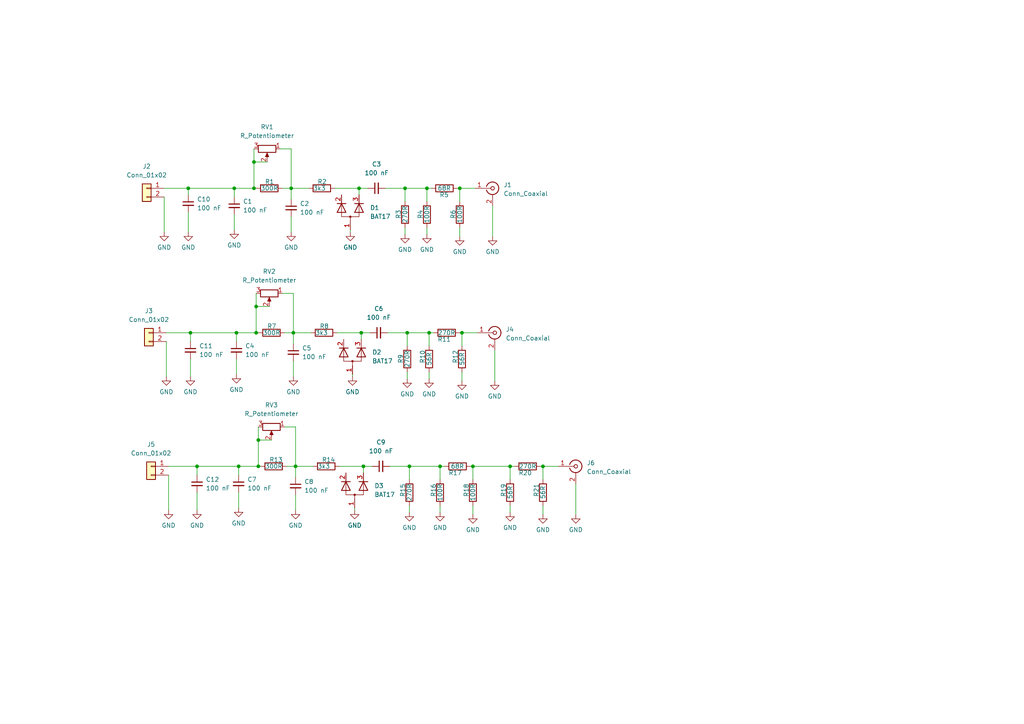
<source format=kicad_sch>
(kicad_sch (version 20211123) (generator eeschema)
  (paper "A4")
  (lib_symbols
    (symbol "Connector:Conn_Coaxial" (pin_names (offset 1.016) hide)
      (property "Reference" "J" (at 0.254 3.048 0))
      (property "Value" "Conn_Coaxial" (at 2.921 0 90))
      (symbol "Conn_Coaxial_0_1"
        (arc (start -1.778 -0.508) (mid 0.2311 -1.8066) (end 1.778 0) (stroke (width 0.254)))
        (polyline (pts (xy -2.54 0) (xy -0.508 0)))
        (polyline (pts (xy 0 -2.54) (xy 0 -1.778)))
        (circle (center 0 0) (radius 0.508) (stroke (width 0.2032)))
        (arc (start 1.778 0) (mid 0.2099 1.8101) (end -1.778 0.508) (stroke (width 0.254)))
      )
      (symbol "Conn_Coaxial_1_1"
        (pin passive line (at -5.08 0 0) (length 2.54) (name "In") (number "1"))
        (pin passive line (at 0 -5.08 90) (length 2.54) (name "Ext") (number "2"))
      )
    )
    (symbol "Connector_Generic:Conn_01x02" (pin_names (offset 1.016) hide)
      (property "Reference" "J" (at 0 2.54 0))
      (property "Value" "Conn_01x02" (at 0 -5.08 0))
      (symbol "Conn_01x02_1_1"
        (rectangle (start -1.27 -2.413) (end 0 -2.667) (stroke (width 0.1524)))
        (rectangle (start -1.27 0.127) (end 0 -0.127) (stroke (width 0.1524)))
        (rectangle (start -1.27 1.27) (end 1.27 -3.81) (stroke (width 0.254)) (fill (type background)))
        (pin passive line (at -5.08 0 0) (length 3.81) (name "Pin_1") (number "1"))
        (pin passive line (at -5.08 -2.54 0) (length 3.81) (name "Pin_2") (number "2"))
      )
    )
    (symbol "Device:C_Small" (pin_numbers hide) (pin_names (offset 0.254) hide)
      (property "Reference" "C" (at 0.254 1.778 0))
      (property "Value" "C_Small" (at 0.254 -2.032 0))
      (symbol "C_Small_0_1"
        (polyline (pts (xy -1.524 -0.508) (xy 1.524 -0.508)) (stroke (width 0.3302)))
        (polyline (pts (xy -1.524 0.508) (xy 1.524 0.508)) (stroke (width 0.3048)))
      )
      (symbol "C_Small_1_1"
        (pin passive line (at 0 2.54 270) (length 2.032) (name "~") (number "1"))
        (pin passive line (at 0 -2.54 90) (length 2.032) (name "~") (number "2"))
      )
    )
    (symbol "Device:D_Dual_CommonAnode_AKK_Parallel" (pin_names (offset 0.762) hide)
      (property "Reference" "D" (at 0 5.08 0))
      (property "Value" "D_Dual_CommonAnode_AKK_Parallel" (at 0 -5.08 0))
      (symbol "D_Dual_CommonAnode_AKK_Parallel_0_0"
        (polyline (pts (xy 2.54 -1.27) (xy 2.54 -3.81)) (stroke (width 0.254)))
        (polyline (pts (xy 2.54 3.81) (xy 2.54 1.27)) (stroke (width 0.254)))
      )
      (symbol "D_Dual_CommonAnode_AKK_Parallel_0_1"
        (circle (center -1.27 0) (radius 0.254) (fill (type outline)))
        (polyline (pts (xy -1.27 0) (xy -2.54 0)))
        (polyline (pts (xy 2.54 2.54) (xy -1.27 2.54) (xy -1.27 -2.54) (xy 2.54 -2.54)))
        (polyline (pts (xy 0 -1.27) (xy 2.54 -2.54) (xy 0 -3.81) (xy 0 -1.27) (xy 0 -1.27) (xy 0 -1.27)) (stroke (width 0.254)))
        (polyline (pts (xy 0 3.81) (xy 2.54 2.54) (xy 0 1.27) (xy 0 3.81) (xy 0 3.81) (xy 0 3.81)) (stroke (width 0.254)))
        (pin passive line (at -5.08 0 0) (length 2.54) (name "A") (number "1"))
        (pin passive line (at 5.08 2.54 180) (length 2.54) (name "K") (number "2"))
        (pin passive line (at 5.08 -2.54 180) (length 2.54) (name "K") (number "3"))
      )
    )
    (symbol "Device:R" (pin_numbers hide) (pin_names (offset 0))
      (property "Reference" "R" (at 2.032 0 90))
      (property "Value" "R" (at 0 0 90))
      (symbol "R_0_1"
        (rectangle (start -1.016 -2.54) (end 1.016 2.54) (stroke (width 0.254)))
      )
      (symbol "R_1_1"
        (pin passive line (at 0 3.81 270) (length 1.27) (name "~") (number "1"))
        (pin passive line (at 0 -3.81 90) (length 1.27) (name "~") (number "2"))
      )
    )
    (symbol "Device:R_Potentiometer" (pin_names (offset 1.016) hide)
      (property "Reference" "RV" (at -4.445 0 90))
      (property "Value" "R_Potentiometer" (at -2.54 0 90))
      (symbol "R_Potentiometer_0_1"
        (polyline (pts (xy 2.54 0) (xy 1.524 0)))
        (polyline (pts (xy 1.143 0) (xy 2.286 0.508) (xy 2.286 -0.508) (xy 1.143 0)) (fill (type outline)))
        (rectangle (start 1.016 2.54) (end -1.016 -2.54) (stroke (width 0.254)))
      )
      (symbol "R_Potentiometer_1_1"
        (pin passive line (at 0 3.81 270) (length 1.27) (name "1") (number "1"))
        (pin passive line (at 3.81 0 180) (length 1.27) (name "2") (number "2"))
        (pin passive line (at 0 -3.81 90) (length 1.27) (name "3") (number "3"))
      )
    )
    (symbol "power:GND" (power) (pin_names (offset 0))
      (property "Value" "GND" (at 0 -3.81 0))
      (symbol "GND_0_1"
        (polyline (pts (xy 0 0) (xy 0 -1.27) (xy 1.27 -1.27) (xy 0 -2.54) (xy -1.27 -1.27) (xy 0 -1.27)))
      )
      (symbol "GND_1_1"
        (pin power_in line (at 0 0 270) (length 0) hide (name "GND") (number "1"))
      )
    )
  )
  (junction (at 104.775 96.52))
  (junction (at 67.945 54.61))
  (junction (at 104.14 54.61))
  (junction (at 85.09 96.52))
  (junction (at 74.295 96.52))
  (junction (at 84.455 54.61))
  (junction (at 118.745 135.255))
  (junction (at 54.61 54.61))
  (junction (at 118.11 96.52))
  (junction (at 133.985 96.52))
  (junction (at 85.725 135.255))
  (junction (at 74.93 127.635))
  (junction (at 55.245 96.52))
  (junction (at 147.955 135.255))
  (junction (at 123.825 54.61))
  (junction (at 68.58 96.52))
  (junction (at 74.295 88.9))
  (junction (at 127.635 135.255))
  (junction (at 133.35 54.61))
  (junction (at 157.48 135.255))
  (junction (at 105.41 135.255))
  (junction (at 73.66 46.99))
  (junction (at 74.93 135.255))
  (junction (at 57.15 135.255))
  (junction (at 124.46 96.52))
  (junction (at 117.475 54.61))
  (junction (at 73.66 54.61))
  (junction (at 69.215 135.255))
  (junction (at 137.16 135.255))
  (wire (pts (xy 137.16 135.255) (xy 136.525 135.255)))
  (wire (pts (xy 54.61 54.61) (xy 54.61 56.515)))
  (wire (pts (xy 118.745 135.255) (xy 127.635 135.255)))
  (wire (pts (xy 133.985 100.33) (xy 133.985 96.52)))
  (wire (pts (xy 117.475 54.61) (xy 111.76 54.61)))
  (wire (pts (xy 82.55 96.52) (xy 85.09 96.52)))
  (wire (pts (xy 102.235 109.22) (xy 102.235 108.585)))
  (wire (pts (xy 133.985 107.95) (xy 133.985 110.49)))
  (wire (pts (xy 74.93 123.825) (xy 74.93 127.635)))
  (wire (pts (xy 105.41 135.255) (xy 107.95 135.255)))
  (wire (pts (xy 74.295 85.09) (xy 74.295 88.9)))
  (wire (pts (xy 74.295 96.52) (xy 74.93 96.52)))
  (wire (pts (xy 55.245 104.14) (xy 55.245 109.22)))
  (wire (pts (xy 84.455 54.61) (xy 84.455 57.785)))
  (wire (pts (xy 124.46 96.52) (xy 125.73 96.52)))
  (wire (pts (xy 68.58 104.14) (xy 68.58 108.585)))
  (wire (pts (xy 85.725 123.825) (xy 82.55 123.825)))
  (wire (pts (xy 67.945 54.61) (xy 73.66 54.61)))
  (wire (pts (xy 133.35 54.61) (xy 132.715 54.61)))
  (wire (pts (xy 133.35 66.04) (xy 133.35 68.58)))
  (wire (pts (xy 137.16 135.255) (xy 147.955 135.255)))
  (wire (pts (xy 74.93 127.635) (xy 74.93 135.255)))
  (wire (pts (xy 73.66 46.99) (xy 77.47 46.99)))
  (wire (pts (xy 48.26 96.52) (xy 55.245 96.52)))
  (wire (pts (xy 101.6 67.31) (xy 101.6 66.675)))
  (wire (pts (xy 74.93 127.635) (xy 78.74 127.635)))
  (wire (pts (xy 57.15 142.875) (xy 57.15 147.955)))
  (wire (pts (xy 104.775 96.52) (xy 107.315 96.52)))
  (wire (pts (xy 85.725 143.51) (xy 85.725 147.955)))
  (wire (pts (xy 85.09 85.09) (xy 81.915 85.09)))
  (wire (pts (xy 133.35 54.61) (xy 137.795 54.61)))
  (wire (pts (xy 84.455 54.61) (xy 89.535 54.61)))
  (wire (pts (xy 84.455 43.18) (xy 81.28 43.18)))
  (wire (pts (xy 104.14 54.61) (xy 106.68 54.61)))
  (wire (pts (xy 73.66 54.61) (xy 74.295 54.61)))
  (wire (pts (xy 157.48 135.255) (xy 161.925 135.255)))
  (wire (pts (xy 84.455 54.61) (xy 84.455 43.18)))
  (wire (pts (xy 127.635 135.255) (xy 128.905 135.255)))
  (wire (pts (xy 118.11 100.33) (xy 118.11 96.52)))
  (wire (pts (xy 137.16 146.685) (xy 137.16 149.225)))
  (wire (pts (xy 117.475 54.61) (xy 123.825 54.61)))
  (wire (pts (xy 57.15 135.255) (xy 57.15 137.795)))
  (wire (pts (xy 67.945 54.61) (xy 67.945 57.15)))
  (wire (pts (xy 113.03 135.255) (xy 118.745 135.255)))
  (wire (pts (xy 167.005 140.335) (xy 167.005 149.225)))
  (wire (pts (xy 104.14 56.515) (xy 104.14 54.61)))
  (wire (pts (xy 73.66 43.18) (xy 73.66 46.99)))
  (wire (pts (xy 74.295 88.9) (xy 74.295 96.52)))
  (wire (pts (xy 73.66 46.99) (xy 73.66 54.61)))
  (wire (pts (xy 102.87 147.955) (xy 102.87 147.32)))
  (wire (pts (xy 85.725 135.255) (xy 85.725 138.43)))
  (wire (pts (xy 74.93 135.255) (xy 75.565 135.255)))
  (wire (pts (xy 133.985 96.52) (xy 133.35 96.52)))
  (wire (pts (xy 57.15 135.255) (xy 69.215 135.255)))
  (wire (pts (xy 69.215 135.255) (xy 69.215 137.795)))
  (wire (pts (xy 124.46 107.95) (xy 124.46 109.855)))
  (wire (pts (xy 127.635 146.685) (xy 127.635 148.59)))
  (wire (pts (xy 142.875 59.69) (xy 142.875 68.58)))
  (wire (pts (xy 105.41 137.16) (xy 105.41 135.255)))
  (wire (pts (xy 123.825 66.04) (xy 123.825 67.945)))
  (wire (pts (xy 69.215 142.875) (xy 69.215 147.32)))
  (wire (pts (xy 85.09 104.775) (xy 85.09 109.22)))
  (wire (pts (xy 81.915 54.61) (xy 84.455 54.61)))
  (wire (pts (xy 68.58 96.52) (xy 74.295 96.52)))
  (wire (pts (xy 147.955 135.255) (xy 149.225 135.255)))
  (wire (pts (xy 124.46 100.33) (xy 124.46 96.52)))
  (wire (pts (xy 67.945 62.23) (xy 67.945 66.675)))
  (wire (pts (xy 85.09 96.52) (xy 85.09 85.09)))
  (wire (pts (xy 157.48 139.065) (xy 157.48 135.255)))
  (wire (pts (xy 133.985 96.52) (xy 138.43 96.52)))
  (wire (pts (xy 104.14 54.61) (xy 97.155 54.61)))
  (wire (pts (xy 118.11 107.95) (xy 118.11 109.855)))
  (wire (pts (xy 123.825 54.61) (xy 125.095 54.61)))
  (wire (pts (xy 69.215 135.255) (xy 74.93 135.255)))
  (wire (pts (xy 47.625 57.15) (xy 47.625 67.31)))
  (wire (pts (xy 48.895 135.255) (xy 57.15 135.255)))
  (wire (pts (xy 54.61 54.61) (xy 67.945 54.61)))
  (wire (pts (xy 133.35 58.42) (xy 133.35 54.61)))
  (wire (pts (xy 85.09 96.52) (xy 90.17 96.52)))
  (wire (pts (xy 55.245 96.52) (xy 68.58 96.52)))
  (wire (pts (xy 137.16 139.065) (xy 137.16 135.255)))
  (wire (pts (xy 127.635 139.065) (xy 127.635 135.255)))
  (wire (pts (xy 118.11 96.52) (xy 124.46 96.52)))
  (wire (pts (xy 147.955 139.065) (xy 147.955 135.255)))
  (wire (pts (xy 104.775 98.425) (xy 104.775 96.52)))
  (wire (pts (xy 83.185 135.255) (xy 85.725 135.255)))
  (wire (pts (xy 85.09 96.52) (xy 85.09 99.695)))
  (wire (pts (xy 157.48 146.685) (xy 157.48 149.225)))
  (wire (pts (xy 147.955 146.685) (xy 147.955 148.59)))
  (wire (pts (xy 85.725 135.255) (xy 90.805 135.255)))
  (wire (pts (xy 47.625 54.61) (xy 54.61 54.61)))
  (wire (pts (xy 117.475 58.42) (xy 117.475 54.61)))
  (wire (pts (xy 48.26 99.06) (xy 48.26 109.22)))
  (wire (pts (xy 105.41 135.255) (xy 98.425 135.255)))
  (wire (pts (xy 157.48 135.255) (xy 156.845 135.255)))
  (wire (pts (xy 118.745 139.065) (xy 118.745 135.255)))
  (wire (pts (xy 74.295 88.9) (xy 78.105 88.9)))
  (wire (pts (xy 118.11 96.52) (xy 112.395 96.52)))
  (wire (pts (xy 117.475 66.04) (xy 117.475 67.945)))
  (wire (pts (xy 55.245 96.52) (xy 55.245 99.06)))
  (wire (pts (xy 123.825 58.42) (xy 123.825 54.61)))
  (wire (pts (xy 54.61 61.595) (xy 54.61 67.31)))
  (wire (pts (xy 143.51 101.6) (xy 143.51 110.49)))
  (wire (pts (xy 84.455 62.865) (xy 84.455 67.31)))
  (wire (pts (xy 48.895 137.795) (xy 48.895 147.955)))
  (wire (pts (xy 68.58 96.52) (xy 68.58 99.06)))
  (wire (pts (xy 118.745 146.685) (xy 118.745 148.59)))
  (wire (pts (xy 85.725 135.255) (xy 85.725 123.825)))
  (wire (pts (xy 104.775 96.52) (xy 97.79 96.52)))
  (symbol (lib_id "Device:R") (at 129.54 96.52 90) (unit 1)
    (property "Reference" "R11" (at 130.81 98.425 90) (effects (justify left)))
    (property "Value" "270R" (at 132.08 96.52 90) (effects (justify left)))
    (property "Footprint" "Resistor_SMD:R_0603_1608Metric_Pad0.98x0.95mm_HandSolder" (effects hide))
    (property "LCSC" "C22966" (effects hide))
  )
  (symbol (lib_id "Device:C_Small") (at 69.215 140.335 0) (unit 1)
    (property "Reference" "C7" (at 71.755 139.0712 0) (effects (justify left)))
    (property "Value" "100 nF" (at 71.755 141.6112 0) (effects (justify left)))
    (property "Footprint" "Capacitor_SMD:C_0402_1005Metric_Pad0.74x0.62mm_HandSolder" (effects hide))
    (property "LCSC" "C307331" (effects hide))
  )
  (symbol (lib_id "Device:R") (at 118.11 104.14 0) (unit 1)
    (property "Reference" "R9" (at 116.205 105.41 90) (effects (justify left)))
    (property "Value" "270R" (at 118.11 106.68 90) (effects (justify left)))
    (property "Footprint" "Resistor_SMD:R_0603_1608Metric_Pad0.98x0.95mm_HandSolder" (effects hide))
    (property "LCSC" "C22966" (effects hide))
  )
  (symbol (lib_id "Device:R") (at 79.375 135.255 270) (unit 1)
    (property "Reference" "R13" (at 78.105 133.35 90) (effects (justify left)))
    (property "Value" "300R" (at 76.835 135.255 90) (effects (justify left)))
    (property "Footprint" "Resistor_SMD:R_0805_2012Metric_Pad1.20x1.40mm_HandSolder" (effects hide))
    (property "LCSC" "C17617" (effects hide))
  )
  (symbol (lib_id "Device:R_Potentiometer") (at 78.105 85.09 270) (unit 1)
    (property "Reference" "RV2" (at 78.105 78.74 90))
    (property "Value" "R_Potentiometer" (at 78.105 81.28 90))
    (property "Footprint" "Potentiometer_THT:Potentiometer_Bourns_3296W_Vertical" (effects hide))
  )
  (symbol (lib_id "Connector:Conn_Coaxial") (at 167.005 135.255 0) (unit 1)
    (property "Reference" "J6" (at 170.18 134.2781 0) (effects (justify left)))
    (property "Value" "Conn_Coaxial" (at 170.18 136.8181 0) (effects (justify left)))
    (property "Footprint" "Connector_Coaxial:SMA_Amphenol_132289_EdgeMount" (effects hide))
    (property "Datasheet" " ~" (effects hide))
  )
  (symbol (lib_id "power:GND") (at 117.475 67.945 0) (unit 1)
    (property "Reference" "#PWR0104" (effects hide))
    (property "Value" "GND" (at 117.475 72.39 0))
  )
  (symbol (lib_id "Connector:Conn_Coaxial") (at 142.875 54.61 0) (unit 1)
    (property "Reference" "J1" (at 146.05 53.6331 0) (effects (justify left)))
    (property "Value" "Conn_Coaxial" (at 146.05 56.1731 0) (effects (justify left)))
    (property "Footprint" "Connector_Coaxial:SMA_Amphenol_132289_EdgeMount" (effects hide))
    (property "Datasheet" " ~" (effects hide))
  )
  (symbol (lib_id "power:GND") (at 85.725 147.955 0) (unit 1)
    (property "Reference" "#PWR0119" (effects hide))
    (property "Value" "GND" (at 85.725 152.4 0))
  )
  (symbol (lib_id "Device:R") (at 147.955 142.875 0) (unit 1)
    (property "Reference" "R19" (at 146.05 144.145 90) (effects (justify left)))
    (property "Value" "56R" (at 147.955 144.78 90) (effects (justify left)))
    (property "Footprint" "Resistor_SMD:R_0603_1608Metric_Pad0.98x0.95mm_HandSolder" (effects hide))
    (property "LCSC" "C25196" (effects hide))
  )
  (symbol (lib_id "Device:C_Small") (at 54.61 59.055 0) (unit 1)
    (property "Reference" "C10" (at 57.15 57.7912 0) (effects (justify left)))
    (property "Value" "100 nF" (at 57.15 60.3312 0) (effects (justify left)))
    (property "Footprint" "Capacitor_SMD:C_0402_1005Metric_Pad0.74x0.62mm_HandSolder" (effects hide))
    (property "LCSC" "C307331" (effects hide))
  )
  (symbol (lib_id "power:GND") (at 84.455 67.31 0) (unit 1)
    (property "Reference" "#PWR0102" (effects hide))
    (property "Value" "GND" (at 84.455 71.755 0))
  )
  (symbol (lib_id "power:GND") (at 167.005 149.225 0) (unit 1)
    (property "Reference" "#PWR0125" (effects hide))
    (property "Value" "GND" (at 167.005 153.67 0))
  )
  (symbol (lib_id "power:GND") (at 118.11 109.855 0) (unit 1)
    (property "Reference" "#PWR0111" (effects hide))
    (property "Value" "GND" (at 118.11 114.3 0))
  )
  (symbol (lib_id "Device:R") (at 93.345 54.61 270) (unit 1)
    (property "Reference" "R2" (at 92.075 52.705 90) (effects (justify left)))
    (property "Value" "3k3" (at 90.805 54.61 90) (effects (justify left)))
    (property "Footprint" "Resistor_SMD:R_0603_1608Metric_Pad0.98x0.95mm_HandSolder" (effects hide))
    (property "LCSC" "C22978" (effects hide))
  )
  (symbol (lib_id "Device:C_Small") (at 67.945 59.69 0) (unit 1)
    (property "Reference" "C1" (at 70.485 58.4262 0) (effects (justify left)))
    (property "Value" "100 nF" (at 70.485 60.9662 0) (effects (justify left)))
    (property "Footprint" "Capacitor_SMD:C_0402_1005Metric_Pad0.74x0.62mm_HandSolder" (effects hide))
    (property "LCSC" "C307331" (effects hide))
  )
  (symbol (lib_id "Device:R") (at 132.715 135.255 90) (unit 1)
    (property "Reference" "R17" (at 133.985 137.16 90) (effects (justify left)))
    (property "Value" "68R" (at 134.62 135.255 90) (effects (justify left)))
    (property "Footprint" "Resistor_SMD:R_0603_1608Metric_Pad0.98x0.95mm_HandSolder" (effects hide))
    (property "LCSC" "C27592" (effects hide))
  )
  (symbol (lib_id "Device:R") (at 78.105 54.61 270) (unit 1)
    (property "Reference" "R1" (at 76.835 52.705 90) (effects (justify left)))
    (property "Value" "300R" (at 75.565 54.61 90) (effects (justify left)))
    (property "Footprint" "Resistor_SMD:R_0805_2012Metric_Pad1.20x1.40mm_HandSolder" (effects hide))
    (property "LCSC" "C17617" (effects hide))
  )
  (symbol (lib_id "power:GND") (at 69.215 147.32 0) (unit 1)
    (property "Reference" "#PWR0120" (effects hide))
    (property "Value" "GND" (at 69.215 151.765 0))
  )
  (symbol (lib_id "Device:R") (at 118.745 142.875 0) (unit 1)
    (property "Reference" "R15" (at 116.84 144.145 90) (effects (justify left)))
    (property "Value" "270R" (at 118.745 145.415 90) (effects (justify left)))
    (property "Footprint" "Resistor_SMD:R_0603_1608Metric_Pad0.98x0.95mm_HandSolder" (effects hide))
    (property "LCSC" "C22966" (effects hide))
  )
  (symbol (lib_id "Device:C_Small") (at 85.09 102.235 0) (unit 1)
    (property "Reference" "C5" (at 87.63 100.9712 0) (effects (justify left)))
    (property "Value" "100 nF" (at 87.63 103.5112 0) (effects (justify left)))
    (property "Footprint" "Capacitor_SMD:C_0402_1005Metric_Pad0.74x0.62mm_HandSolder" (effects hide))
    (property "LCSC" "C307331" (effects hide))
  )
  (symbol (lib_id "Device:R") (at 153.035 135.255 90) (unit 1)
    (property "Reference" "R20" (at 154.305 137.16 90) (effects (justify left)))
    (property "Value" "270R" (at 155.575 135.255 90) (effects (justify left)))
    (property "Footprint" "Resistor_SMD:R_0603_1608Metric_Pad0.98x0.95mm_HandSolder" (effects hide))
    (property "LCSC" "C22966" (effects hide))
  )
  (symbol (lib_id "Device:R") (at 137.16 142.875 0) (unit 1)
    (property "Reference" "R18" (at 135.255 144.145 90) (effects (justify left)))
    (property "Value" "100R" (at 137.16 145.415 90) (effects (justify left)))
    (property "Footprint" "Resistor_SMD:R_0603_1608Metric_Pad0.98x0.95mm_HandSolder" (effects hide))
    (property "LCSC" "C22775" (effects hide))
  )
  (symbol (lib_id "Device:R") (at 133.985 104.14 0) (unit 1)
    (property "Reference" "R12" (at 132.08 105.41 90) (effects (justify left)))
    (property "Value" "56R" (at 133.985 106.045 90) (effects (justify left)))
    (property "Footprint" "Resistor_SMD:R_0603_1608Metric_Pad0.98x0.95mm_HandSolder" (effects hide))
    (property "LCSC" "C25196" (effects hide))
  )
  (symbol (lib_id "power:GND") (at 48.26 109.22 0) (unit 1)
    (property "Reference" "#PWR0114" (effects hide))
    (property "Value" "GND" (at 48.26 113.665 0))
  )
  (symbol (lib_id "Device:R") (at 123.825 62.23 0) (unit 1)
    (property "Reference" "R4" (at 121.92 63.5 90) (effects (justify left)))
    (property "Value" "100R" (at 123.825 64.77 90) (effects (justify left)))
    (property "Footprint" "Resistor_SMD:R_0603_1608Metric_Pad0.98x0.95mm_HandSolder" (effects hide))
    (property "LCSC" "C22775" (effects hide))
  )
  (symbol (lib_id "power:GND") (at 102.87 147.955 0) (unit 1)
    (property "Reference" "#PWR0123" (effects hide))
    (property "Value" "GND" (at 102.87 152.4 0))
  )
  (symbol (lib_id "power:GND") (at 133.985 110.49 0) (unit 1)
    (property "Reference" "#PWR0113" (effects hide))
    (property "Value" "GND" (at 133.985 114.935 0))
  )
  (symbol (lib_id "power:GND") (at 67.945 66.675 0) (unit 1)
    (property "Reference" "#PWR0101" (effects hide))
    (property "Value" "GND" (at 67.945 71.12 0))
  )
  (symbol (lib_id "power:GND") (at 101.6 67.31 0) (unit 1)
    (property "Reference" "#PWR0105" (effects hide))
    (property "Value" "GND" (at 101.6 71.755 0))
  )
  (symbol (lib_id "power:GND") (at 133.35 68.58 0) (unit 1)
    (property "Reference" "#PWR0107" (effects hide))
    (property "Value" "GND" (at 133.35 73.025 0))
  )
  (symbol (lib_id "power:GND") (at 85.09 109.22 0) (unit 1)
    (property "Reference" "#PWR0118" (effects hide))
    (property "Value" "GND" (at 85.09 113.665 0))
  )
  (symbol (lib_id "power:GND") (at 55.245 109.22 0) (unit 1)
    (property "Reference" "#PWR0103" (effects hide))
    (property "Value" "GND" (at 55.245 113.665 0))
  )
  (symbol (lib_id "Device:R") (at 94.615 135.255 270) (unit 1)
    (property "Reference" "R14" (at 93.345 133.35 90) (effects (justify left)))
    (property "Value" "3k3" (at 92.075 135.255 90) (effects (justify left)))
    (property "Footprint" "Resistor_SMD:R_0603_1608Metric_Pad0.98x0.95mm_HandSolder" (effects hide))
    (property "LCSC" "C22978" (effects hide))
  )
  (symbol (lib_id "Device:C_Small") (at 85.725 140.97 0) (unit 1)
    (property "Reference" "C8" (at 88.265 139.7062 0) (effects (justify left)))
    (property "Value" "100 nF" (at 88.265 142.2462 0) (effects (justify left)))
    (property "Footprint" "Capacitor_SMD:C_0402_1005Metric_Pad0.74x0.62mm_HandSolder" (effects hide))
    (property "LCSC" "C307331" (effects hide))
  )
  (symbol (lib_id "Device:C_Small") (at 57.15 140.335 0) (unit 1)
    (property "Reference" "C12" (at 59.69 139.0712 0) (effects (justify left)))
    (property "Value" "100 nF" (at 59.69 141.6112 0) (effects (justify left)))
    (property "Footprint" "Capacitor_SMD:C_0402_1005Metric_Pad0.74x0.62mm_HandSolder" (effects hide))
    (property "LCSC" "C307331" (effects hide))
  )
  (symbol (lib_id "Device:C_Small") (at 84.455 60.325 0) (unit 1)
    (property "Reference" "C2" (at 86.995 59.0612 0) (effects (justify left)))
    (property "Value" "100 nF" (at 86.995 61.6012 0) (effects (justify left)))
    (property "Footprint" "Capacitor_SMD:C_0402_1005Metric_Pad0.74x0.62mm_HandSolder" (effects hide))
    (property "LCSC" "C307331" (effects hide))
  )
  (symbol (lib_id "Device:D_Dual_CommonAnode_AKK_Parallel") (at 102.87 142.24 90) (unit 1)
    (property "Reference" "D3" (at 108.585 140.9064 90) (effects (justify right)))
    (property "Value" "BAT17" (at 108.585 143.4464 90) (effects (justify right)))
    (property "Footprint" "Package_TO_SOT_SMD:SOT-23" (effects hide))
    (property "LCSC" "C456086" (effects hide))
  )
  (symbol (lib_id "Device:C_Small") (at 55.245 101.6 0) (unit 1)
    (property "Reference" "C11" (at 57.785 100.3362 0) (effects (justify left)))
    (property "Value" "100 nF" (at 57.785 102.8762 0) (effects (justify left)))
    (property "Footprint" "Capacitor_SMD:C_0402_1005Metric_Pad0.74x0.62mm_HandSolder" (effects hide))
    (property "LCSC" "C307331" (effects hide))
  )
  (symbol (lib_id "Device:D_Dual_CommonAnode_AKK_Parallel") (at 101.6 61.595 90) (unit 1)
    (property "Reference" "D1" (at 107.315 60.2614 90) (effects (justify right)))
    (property "Value" "BAT17" (at 107.315 62.8014 90) (effects (justify right)))
    (property "Footprint" "Package_TO_SOT_SMD:SOT-23" (effects hide))
    (property "LCSC" "C456086" (effects hide))
  )
  (symbol (lib_id "power:GND") (at 102.235 109.22 0) (unit 1)
    (property "Reference" "#PWR0117" (effects hide))
    (property "Value" "GND" (at 102.235 113.665 0))
  )
  (symbol (lib_id "power:GND") (at 57.15 147.955 0) (unit 1)
    (property "Reference" "#PWR0116" (effects hide))
    (property "Value" "GND" (at 57.15 152.4 0))
  )
  (symbol (lib_id "power:GND") (at 147.955 148.59 0) (unit 1)
    (property "Reference" "#PWR0126" (effects hide))
    (property "Value" "GND" (at 147.955 153.035 0))
  )
  (symbol (lib_id "Device:R") (at 93.98 96.52 270) (unit 1)
    (property "Reference" "R8" (at 92.71 94.615 90) (effects (justify left)))
    (property "Value" "3k3" (at 91.44 96.52 90) (effects (justify left)))
    (property "Footprint" "Resistor_SMD:R_0603_1608Metric_Pad0.98x0.95mm_HandSolder" (effects hide))
    (property "LCSC" "C22978" (effects hide))
  )
  (symbol (lib_id "Device:R") (at 133.35 62.23 0) (unit 1)
    (property "Reference" "R6" (at 131.445 63.5 90) (effects (justify left)))
    (property "Value" "100R" (at 133.35 64.77 90) (effects (justify left)))
    (property "Footprint" "Resistor_SMD:R_0603_1608Metric_Pad0.98x0.95mm_HandSolder" (effects hide))
    (property "LCSC" "C22775" (effects hide))
  )
  (symbol (lib_id "Connector_Generic:Conn_01x02") (at 43.815 135.255 0) (mirror y) (unit 1)
    (property "Reference" "J5" (at 43.815 128.905 0))
    (property "Value" "Conn_01x02" (at 43.815 131.445 0))
    (property "Footprint" "TerminalBlock:TerminalBlock_bornier-2_P5.08mm" (effects hide))
  )
  (symbol (lib_id "power:GND") (at 142.875 68.58 0) (unit 1)
    (property "Reference" "#PWR0108" (effects hide))
    (property "Value" "GND" (at 142.875 73.025 0))
  )
  (symbol (lib_id "power:GND") (at 143.51 110.49 0) (unit 1)
    (property "Reference" "#PWR0112" (effects hide))
    (property "Value" "GND" (at 143.51 114.935 0))
  )
  (symbol (lib_id "Connector_Generic:Conn_01x02") (at 43.18 96.52 0) (mirror y) (unit 1)
    (property "Reference" "J3" (at 43.18 90.17 0))
    (property "Value" "Conn_01x02" (at 43.18 92.71 0))
    (property "Footprint" "TerminalBlock:TerminalBlock_bornier-2_P5.08mm" (effects hide))
  )
  (symbol (lib_id "power:GND") (at 157.48 149.225 0) (unit 1)
    (property "Reference" "#PWR0124" (effects hide))
    (property "Value" "GND" (at 157.48 153.67 0))
  )
  (symbol (lib_id "power:GND") (at 124.46 109.855 0) (unit 1)
    (property "Reference" "#PWR0110" (effects hide))
    (property "Value" "GND" (at 124.46 114.3 0))
  )
  (symbol (lib_id "Device:R") (at 128.905 54.61 90) (unit 1)
    (property "Reference" "R5" (at 130.175 56.515 90) (effects (justify left)))
    (property "Value" "68R" (at 130.81 54.61 90) (effects (justify left)))
    (property "Footprint" "Resistor_SMD:R_0603_1608Metric_Pad0.98x0.95mm_HandSolder" (effects hide))
    (property "LCSC" "C27592" (effects hide))
  )
  (symbol (lib_id "power:GND") (at 68.58 108.585 0) (unit 1)
    (property "Reference" "#PWR0115" (effects hide))
    (property "Value" "GND" (at 68.58 113.03 0))
  )
  (symbol (lib_id "Device:R_Potentiometer") (at 77.47 43.18 270) (unit 1)
    (property "Reference" "RV1" (at 77.47 36.83 90))
    (property "Value" "R_Potentiometer" (at 77.47 39.37 90))
    (property "Footprint" "Potentiometer_THT:Potentiometer_Bourns_3296W_Vertical" (effects hide))
  )
  (symbol (lib_id "power:GND") (at 48.895 147.955 0) (unit 1)
    (property "Reference" "#PWR0121" (effects hide))
    (property "Value" "GND" (at 48.895 152.4 0))
  )
  (symbol (lib_id "Connector_Generic:Conn_01x02") (at 42.545 54.61 0) (mirror y) (unit 1)
    (property "Reference" "J2" (at 42.545 48.26 0))
    (property "Value" "Conn_01x02" (at 42.545 50.8 0))
    (property "Footprint" "TerminalBlock:TerminalBlock_bornier-2_P5.08mm" (effects hide))
  )
  (symbol (lib_id "Device:R") (at 117.475 62.23 0) (unit 1)
    (property "Reference" "R3" (at 115.57 63.5 90) (effects (justify left)))
    (property "Value" "270R" (at 117.475 64.77 90) (effects (justify left)))
    (property "Footprint" "Resistor_SMD:R_0603_1608Metric_Pad0.98x0.95mm_HandSolder" (effects hide))
    (property "LCSC" "C22966" (effects hide))
  )
  (symbol (lib_id "power:GND") (at 118.745 148.59 0) (unit 1)
    (property "Reference" "#PWR0128" (effects hide))
    (property "Value" "GND" (at 118.745 153.035 0))
  )
  (symbol (lib_id "power:GND") (at 47.625 67.31 0) (unit 1)
    (property "Reference" "#PWR0109" (effects hide))
    (property "Value" "GND" (at 47.625 71.755 0))
  )
  (symbol (lib_id "Device:C_Small") (at 109.855 96.52 90) (unit 1)
    (property "Reference" "C6" (at 109.8613 89.535 90))
    (property "Value" "100 nF" (at 109.8613 92.075 90))
    (property "Footprint" "Capacitor_SMD:C_0402_1005Metric_Pad0.74x0.62mm_HandSolder" (effects hide))
    (property "LCSC" "C307331" (effects hide))
  )
  (symbol (lib_id "Device:R") (at 124.46 104.14 0) (unit 1)
    (property "Reference" "R10" (at 122.555 105.41 90) (effects (justify left)))
    (property "Value" "56R" (at 124.46 106.045 90) (effects (justify left)))
    (property "Footprint" "Resistor_SMD:R_0603_1608Metric_Pad0.98x0.95mm_HandSolder" (effects hide))
    (property "LCSC" "C25196" (effects hide))
  )
  (symbol (lib_id "Device:R_Potentiometer") (at 78.74 123.825 270) (unit 1)
    (property "Reference" "RV3" (at 78.74 117.475 90))
    (property "Value" "R_Potentiometer" (at 78.74 120.015 90))
    (property "Footprint" "Potentiometer_THT:Potentiometer_Bourns_3296W_Vertical" (effects hide))
  )
  (symbol (lib_id "power:GND") (at 137.16 149.225 0) (unit 1)
    (property "Reference" "#PWR0127" (effects hide))
    (property "Value" "GND" (at 137.16 153.67 0))
  )
  (symbol (lib_id "power:GND") (at 54.61 67.31 0) (unit 1)
    (property "Reference" "#PWR0122" (effects hide))
    (property "Value" "GND" (at 54.61 71.755 0))
  )
  (symbol (lib_id "Device:R") (at 78.74 96.52 270) (unit 1)
    (property "Reference" "R7" (at 77.47 94.615 90) (effects (justify left)))
    (property "Value" "300R" (at 76.2 96.52 90) (effects (justify left)))
    (property "Footprint" "Resistor_SMD:R_0805_2012Metric_Pad1.20x1.40mm_HandSolder" (effects hide))
    (property "LCSC" "C17617" (effects hide))
  )
  (symbol (lib_id "Connector:Conn_Coaxial") (at 143.51 96.52 0) (unit 1)
    (property "Reference" "J4" (at 146.685 95.5431 0) (effects (justify left)))
    (property "Value" "Conn_Coaxial" (at 146.685 98.0831 0) (effects (justify left)))
    (property "Footprint" "Connector_Coaxial:SMA_Amphenol_132289_EdgeMount" (effects hide))
    (property "Datasheet" " ~" (effects hide))
  )
  (symbol (lib_id "Device:D_Dual_CommonAnode_AKK_Parallel") (at 102.235 103.505 90) (unit 1)
    (property "Reference" "D2" (at 107.95 102.1714 90) (effects (justify right)))
    (property "Value" "BAT17" (at 107.95 104.7114 90) (effects (justify right)))
    (property "Footprint" "Package_TO_SOT_SMD:SOT-23" (effects hide))
    (property "LCSC" "C456086" (effects hide))
  )
  (symbol (lib_id "Device:R") (at 157.48 142.875 0) (unit 1)
    (property "Reference" "R21" (at 155.575 144.145 90) (effects (justify left)))
    (property "Value" "56R" (at 157.48 144.78 90) (effects (justify left)))
    (property "Footprint" "Resistor_SMD:R_0603_1608Metric_Pad0.98x0.95mm_HandSolder" (effects hide))
    (property "LCSC" "C25196" (effects hide))
  )
  (symbol (lib_id "Device:R") (at 127.635 142.875 0) (unit 1)
    (property "Reference" "R16" (at 125.73 144.145 90) (effects (justify left)))
    (property "Value" "100R" (at 127.635 145.415 90) (effects (justify left)))
    (property "Footprint" "Resistor_SMD:R_0603_1608Metric_Pad0.98x0.95mm_HandSolder" (effects hide))
    (property "LCSC" "C22775" (effects hide))
  )
  (symbol (lib_id "Device:C_Small") (at 109.22 54.61 90) (unit 1)
    (property "Reference" "C3" (at 109.2263 47.625 90))
    (property "Value" "100 nF" (at 109.2263 50.165 90))
    (property "Footprint" "Capacitor_SMD:C_0402_1005Metric_Pad0.74x0.62mm_HandSolder" (effects hide))
    (property "LCSC" "C307331" (effects hide))
  )
  (symbol (lib_id "power:GND") (at 123.825 67.945 0) (unit 1)
    (property "Reference" "#PWR0106" (effects hide))
    (property "Value" "GND" (at 123.825 72.39 0))
  )
  (symbol (lib_id "power:GND") (at 127.635 148.59 0) (unit 1)
    (property "Reference" "#PWR0129" (effects hide))
    (property "Value" "GND" (at 127.635 153.035 0))
  )
  (symbol (lib_id "Device:C_Small") (at 110.49 135.255 90) (unit 1)
    (property "Reference" "C9" (at 110.4963 128.27 90))
    (property "Value" "100 nF" (at 110.4963 130.81 90))
    (property "Footprint" "Capacitor_SMD:C_0402_1005Metric_Pad0.74x0.62mm_HandSolder" (effects hide))
    (property "LCSC" "C307331" (effects hide))
  )
  (symbol (lib_id "Device:C_Small") (at 68.58 101.6 0) (unit 1)
    (property "Reference" "C4" (at 71.12 100.3362 0) (effects (justify left)))
    (property "Value" "100 nF" (at 71.12 102.8762 0) (effects (justify left)))
    (property "Footprint" "Capacitor_SMD:C_0402_1005Metric_Pad0.74x0.62mm_HandSolder" (effects hide))
    (property "LCSC" "C307331" (effects hide))
  )
)
</source>
